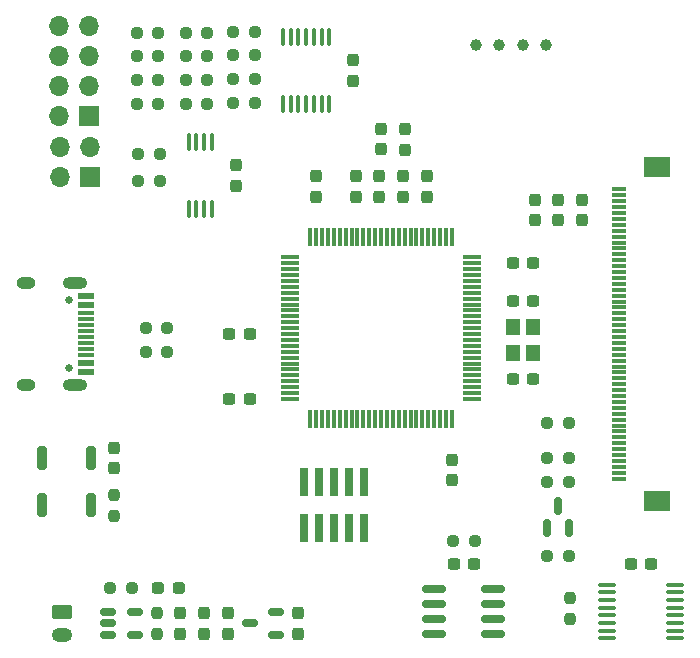
<source format=gbr>
%TF.GenerationSoftware,KiCad,Pcbnew,(6.0.10)*%
%TF.CreationDate,2023-05-27T23:42:58+02:00*%
%TF.ProjectId,black_scope,626c6163-6b5f-4736-936f-70652e6b6963,rev?*%
%TF.SameCoordinates,Original*%
%TF.FileFunction,Soldermask,Top*%
%TF.FilePolarity,Negative*%
%FSLAX46Y46*%
G04 Gerber Fmt 4.6, Leading zero omitted, Abs format (unit mm)*
G04 Created by KiCad (PCBNEW (6.0.10)) date 2023-05-27 23:42:58*
%MOMM*%
%LPD*%
G01*
G04 APERTURE LIST*
G04 Aperture macros list*
%AMRoundRect*
0 Rectangle with rounded corners*
0 $1 Rounding radius*
0 $2 $3 $4 $5 $6 $7 $8 $9 X,Y pos of 4 corners*
0 Add a 4 corners polygon primitive as box body*
4,1,4,$2,$3,$4,$5,$6,$7,$8,$9,$2,$3,0*
0 Add four circle primitives for the rounded corners*
1,1,$1+$1,$2,$3*
1,1,$1+$1,$4,$5*
1,1,$1+$1,$6,$7*
1,1,$1+$1,$8,$9*
0 Add four rect primitives between the rounded corners*
20,1,$1+$1,$2,$3,$4,$5,0*
20,1,$1+$1,$4,$5,$6,$7,0*
20,1,$1+$1,$6,$7,$8,$9,0*
20,1,$1+$1,$8,$9,$2,$3,0*%
G04 Aperture macros list end*
%ADD10C,1.000000*%
%ADD11RoundRect,0.200000X-0.200000X-0.800000X0.200000X-0.800000X0.200000X0.800000X-0.200000X0.800000X0*%
%ADD12RoundRect,0.237500X0.237500X-0.250000X0.237500X0.250000X-0.237500X0.250000X-0.237500X-0.250000X0*%
%ADD13RoundRect,0.237500X0.250000X0.237500X-0.250000X0.237500X-0.250000X-0.237500X0.250000X-0.237500X0*%
%ADD14RoundRect,0.150000X0.150000X-0.587500X0.150000X0.587500X-0.150000X0.587500X-0.150000X-0.587500X0*%
%ADD15RoundRect,0.237500X0.237500X-0.300000X0.237500X0.300000X-0.237500X0.300000X-0.237500X-0.300000X0*%
%ADD16RoundRect,0.237500X-0.300000X-0.237500X0.300000X-0.237500X0.300000X0.237500X-0.300000X0.237500X0*%
%ADD17RoundRect,0.237500X-0.237500X0.287500X-0.237500X-0.287500X0.237500X-0.287500X0.237500X0.287500X0*%
%ADD18RoundRect,0.250000X-0.625000X0.350000X-0.625000X-0.350000X0.625000X-0.350000X0.625000X0.350000X0*%
%ADD19O,1.750000X1.200000*%
%ADD20RoundRect,0.237500X0.300000X0.237500X-0.300000X0.237500X-0.300000X-0.237500X0.300000X-0.237500X0*%
%ADD21R,1.300000X0.300000*%
%ADD22R,2.200000X1.800000*%
%ADD23RoundRect,0.150000X0.512500X0.150000X-0.512500X0.150000X-0.512500X-0.150000X0.512500X-0.150000X0*%
%ADD24RoundRect,0.237500X0.287500X0.237500X-0.287500X0.237500X-0.287500X-0.237500X0.287500X-0.237500X0*%
%ADD25RoundRect,0.237500X-0.250000X-0.237500X0.250000X-0.237500X0.250000X0.237500X-0.250000X0.237500X0*%
%ADD26RoundRect,0.237500X-0.237500X0.300000X-0.237500X-0.300000X0.237500X-0.300000X0.237500X0.300000X0*%
%ADD27RoundRect,0.237500X-0.237500X0.250000X-0.237500X-0.250000X0.237500X-0.250000X0.237500X0.250000X0*%
%ADD28R,1.700000X1.700000*%
%ADD29O,1.700000X1.700000*%
%ADD30RoundRect,0.075000X0.725000X0.075000X-0.725000X0.075000X-0.725000X-0.075000X0.725000X-0.075000X0*%
%ADD31RoundRect,0.075000X0.075000X0.725000X-0.075000X0.725000X-0.075000X-0.725000X0.075000X-0.725000X0*%
%ADD32RoundRect,0.150000X-0.512500X-0.150000X0.512500X-0.150000X0.512500X0.150000X-0.512500X0.150000X0*%
%ADD33C,0.650000*%
%ADD34R,1.450000X0.600000*%
%ADD35R,1.450000X0.300000*%
%ADD36O,2.100000X1.000000*%
%ADD37O,1.600000X1.000000*%
%ADD38RoundRect,0.100000X0.100000X-0.637500X0.100000X0.637500X-0.100000X0.637500X-0.100000X-0.637500X0*%
%ADD39R,0.740000X2.400000*%
%ADD40R,1.200000X1.400000*%
%ADD41RoundRect,0.100000X0.637500X0.100000X-0.637500X0.100000X-0.637500X-0.100000X0.637500X-0.100000X0*%
%ADD42RoundRect,0.150000X-0.825000X-0.150000X0.825000X-0.150000X0.825000X0.150000X-0.825000X0.150000X0*%
G04 APERTURE END LIST*
D10*
%TO.C,TP4*%
X144000000Y-78000000D03*
%TD*%
D11*
%TO.C,SW2*%
X101260000Y-117000000D03*
X105460000Y-117000000D03*
%TD*%
D12*
%TO.C,R3*%
X111000000Y-127912500D03*
X111000000Y-126087500D03*
%TD*%
D13*
%TO.C,R4*%
X108912500Y-124000000D03*
X107087500Y-124000000D03*
%TD*%
D14*
%TO.C,Q1*%
X144050000Y-118937500D03*
X145950000Y-118937500D03*
X145000000Y-117062500D03*
%TD*%
D15*
%TO.C,C7*%
X130000000Y-86862500D03*
X130000000Y-85137500D03*
%TD*%
D16*
%TO.C,C9*%
X141137500Y-96510000D03*
X142862500Y-96510000D03*
%TD*%
D12*
%TO.C,R2*%
X107360000Y-117912500D03*
X107360000Y-116087500D03*
%TD*%
D13*
%TO.C,R17*%
X115277776Y-77000000D03*
X113452776Y-77000000D03*
%TD*%
%TO.C,R12*%
X119332500Y-82912500D03*
X117507500Y-82912500D03*
%TD*%
D17*
%TO.C,L1*%
X132000000Y-85125000D03*
X132000000Y-86875000D03*
%TD*%
%TO.C,D1*%
X113000000Y-126125000D03*
X113000000Y-127875000D03*
%TD*%
D15*
%TO.C,C10*%
X124490000Y-90862500D03*
X124490000Y-89137500D03*
%TD*%
D18*
%TO.C,J3*%
X103000000Y-126000000D03*
D19*
X103000000Y-128000000D03*
%TD*%
D20*
%TO.C,C12*%
X118862500Y-108000000D03*
X117137500Y-108000000D03*
%TD*%
D16*
%TO.C,C2*%
X141137500Y-99730000D03*
X142862500Y-99730000D03*
%TD*%
D21*
%TO.C,U6*%
X150150000Y-114750000D03*
X150150000Y-114250000D03*
X150150000Y-113750000D03*
X150150000Y-113250000D03*
X150150000Y-112750000D03*
X150150000Y-112250000D03*
X150150000Y-111750000D03*
X150150000Y-111250000D03*
X150150000Y-110750000D03*
X150150000Y-110250000D03*
X150150000Y-109750000D03*
X150150000Y-109250000D03*
X150150000Y-108750000D03*
X150150000Y-108250000D03*
X150150000Y-107750000D03*
X150150000Y-107250000D03*
X150150000Y-106750000D03*
X150150000Y-106250000D03*
X150150000Y-105750000D03*
X150150000Y-105250000D03*
X150150000Y-104750000D03*
X150150000Y-104250000D03*
X150150000Y-103750000D03*
X150150000Y-103250000D03*
X150150000Y-102750000D03*
X150150000Y-102250000D03*
X150150000Y-101750000D03*
X150150000Y-101250000D03*
X150150000Y-100750000D03*
X150150000Y-100250000D03*
X150150000Y-99750000D03*
X150150000Y-99250000D03*
X150150000Y-98750000D03*
X150150000Y-98250000D03*
X150150000Y-97750000D03*
X150150000Y-97250000D03*
X150150000Y-96750000D03*
X150150000Y-96250000D03*
X150150000Y-95750000D03*
X150150000Y-95250000D03*
X150150000Y-94750000D03*
X150150000Y-94250000D03*
X150150000Y-93750000D03*
X150150000Y-93250000D03*
X150150000Y-92750000D03*
X150150000Y-92250000D03*
X150150000Y-91750000D03*
X150150000Y-91250000D03*
X150150000Y-90750000D03*
X150150000Y-90250000D03*
D22*
X153400000Y-88350000D03*
X153400000Y-116650000D03*
%TD*%
D13*
%TO.C,R18*%
X119332500Y-76912500D03*
X117507500Y-76912500D03*
%TD*%
D17*
%TO.C,L2*%
X131862500Y-89125000D03*
X131862500Y-90875000D03*
%TD*%
D23*
%TO.C,U2*%
X121137500Y-127950000D03*
X121137500Y-126050000D03*
X118862500Y-127000000D03*
%TD*%
D15*
%TO.C,C1*%
X107360000Y-113862500D03*
X107360000Y-112137500D03*
%TD*%
D24*
%TO.C,D2*%
X112875000Y-124000000D03*
X111125000Y-124000000D03*
%TD*%
D15*
%TO.C,C18*%
X127660000Y-81062500D03*
X127660000Y-79337500D03*
%TD*%
D25*
%TO.C,R6*%
X109310000Y-81000000D03*
X111135000Y-81000000D03*
%TD*%
D26*
%TO.C,C16*%
X117682500Y-88212500D03*
X117682500Y-89937500D03*
%TD*%
D13*
%TO.C,R20*%
X145912500Y-115000000D03*
X144087500Y-115000000D03*
%TD*%
D15*
%TO.C,C20*%
X147000000Y-92862500D03*
X147000000Y-91137500D03*
%TD*%
D13*
%TO.C,R23*%
X137912500Y-120000000D03*
X136087500Y-120000000D03*
%TD*%
D27*
%TO.C,R26*%
X146000000Y-124832776D03*
X146000000Y-126657776D03*
%TD*%
D25*
%TO.C,R8*%
X109310000Y-77000000D03*
X111135000Y-77000000D03*
%TD*%
D15*
%TO.C,C19*%
X143000000Y-92862500D03*
X143000000Y-91137500D03*
%TD*%
D28*
%TO.C,J5*%
X105332500Y-89200000D03*
D29*
X102792500Y-89200000D03*
X105332500Y-86660000D03*
X102792500Y-86660000D03*
%TD*%
D30*
%TO.C,U3*%
X137675000Y-108000000D03*
X137675000Y-107500000D03*
X137675000Y-107000000D03*
X137675000Y-106500000D03*
X137675000Y-106000000D03*
X137675000Y-105500000D03*
X137675000Y-105000000D03*
X137675000Y-104500000D03*
X137675000Y-104000000D03*
X137675000Y-103500000D03*
X137675000Y-103000000D03*
X137675000Y-102500000D03*
X137675000Y-102000000D03*
X137675000Y-101500000D03*
X137675000Y-101000000D03*
X137675000Y-100500000D03*
X137675000Y-100000000D03*
X137675000Y-99500000D03*
X137675000Y-99000000D03*
X137675000Y-98500000D03*
X137675000Y-98000000D03*
X137675000Y-97500000D03*
X137675000Y-97000000D03*
X137675000Y-96500000D03*
X137675000Y-96000000D03*
D31*
X136000000Y-94325000D03*
X135500000Y-94325000D03*
X135000000Y-94325000D03*
X134500000Y-94325000D03*
X134000000Y-94325000D03*
X133500000Y-94325000D03*
X133000000Y-94325000D03*
X132500000Y-94325000D03*
X132000000Y-94325000D03*
X131500000Y-94325000D03*
X131000000Y-94325000D03*
X130500000Y-94325000D03*
X130000000Y-94325000D03*
X129500000Y-94325000D03*
X129000000Y-94325000D03*
X128500000Y-94325000D03*
X128000000Y-94325000D03*
X127500000Y-94325000D03*
X127000000Y-94325000D03*
X126500000Y-94325000D03*
X126000000Y-94325000D03*
X125500000Y-94325000D03*
X125000000Y-94325000D03*
X124500000Y-94325000D03*
X124000000Y-94325000D03*
D30*
X122325000Y-96000000D03*
X122325000Y-96500000D03*
X122325000Y-97000000D03*
X122325000Y-97500000D03*
X122325000Y-98000000D03*
X122325000Y-98500000D03*
X122325000Y-99000000D03*
X122325000Y-99500000D03*
X122325000Y-100000000D03*
X122325000Y-100500000D03*
X122325000Y-101000000D03*
X122325000Y-101500000D03*
X122325000Y-102000000D03*
X122325000Y-102500000D03*
X122325000Y-103000000D03*
X122325000Y-103500000D03*
X122325000Y-104000000D03*
X122325000Y-104500000D03*
X122325000Y-105000000D03*
X122325000Y-105500000D03*
X122325000Y-106000000D03*
X122325000Y-106500000D03*
X122325000Y-107000000D03*
X122325000Y-107500000D03*
X122325000Y-108000000D03*
D31*
X124000000Y-109675000D03*
X124500000Y-109675000D03*
X125000000Y-109675000D03*
X125500000Y-109675000D03*
X126000000Y-109675000D03*
X126500000Y-109675000D03*
X127000000Y-109675000D03*
X127500000Y-109675000D03*
X128000000Y-109675000D03*
X128500000Y-109675000D03*
X129000000Y-109675000D03*
X129500000Y-109675000D03*
X130000000Y-109675000D03*
X130500000Y-109675000D03*
X131000000Y-109675000D03*
X131500000Y-109675000D03*
X132000000Y-109675000D03*
X132500000Y-109675000D03*
X133000000Y-109675000D03*
X133500000Y-109675000D03*
X134000000Y-109675000D03*
X134500000Y-109675000D03*
X135000000Y-109675000D03*
X135500000Y-109675000D03*
X136000000Y-109675000D03*
%TD*%
D32*
%TO.C,U1*%
X106862500Y-126050000D03*
X106862500Y-127000000D03*
X106862500Y-127950000D03*
X109137500Y-127950000D03*
X109137500Y-126050000D03*
%TD*%
D15*
%TO.C,C13*%
X127862500Y-90862500D03*
X127862500Y-89137500D03*
%TD*%
D16*
%TO.C,C15*%
X151137500Y-122000000D03*
X152862500Y-122000000D03*
%TD*%
D20*
%TO.C,C3*%
X142862500Y-106270000D03*
X141137500Y-106270000D03*
%TD*%
D26*
%TO.C,C5*%
X136000000Y-113137500D03*
X136000000Y-114862500D03*
%TD*%
D25*
%TO.C,R1*%
X110087500Y-104000000D03*
X111912500Y-104000000D03*
%TD*%
D13*
%TO.C,R22*%
X145912500Y-121270000D03*
X144087500Y-121270000D03*
%TD*%
D25*
%TO.C,R5*%
X109310000Y-83000000D03*
X111135000Y-83000000D03*
%TD*%
D10*
%TO.C,TP3*%
X142000000Y-78000000D03*
%TD*%
D11*
%TO.C,SW1*%
X101260000Y-113000000D03*
X105460000Y-113000000D03*
%TD*%
D10*
%TO.C,TP2*%
X140000000Y-78000000D03*
%TD*%
D15*
%TO.C,C21*%
X145000000Y-92862500D03*
X145000000Y-91137500D03*
%TD*%
%TO.C,C14*%
X129862500Y-90862500D03*
X129862500Y-89137500D03*
%TD*%
D13*
%TO.C,R13*%
X115277776Y-81000000D03*
X113452776Y-81000000D03*
%TD*%
D25*
%TO.C,R10*%
X109420000Y-87270000D03*
X111245000Y-87270000D03*
%TD*%
D33*
%TO.C,P1*%
X103600000Y-99610000D03*
X103600000Y-105390000D03*
D34*
X105045000Y-99250000D03*
X105045000Y-100050000D03*
D35*
X105045000Y-101250000D03*
X105045000Y-102250000D03*
X105045000Y-102750000D03*
X105045000Y-103750000D03*
D34*
X105045000Y-104950000D03*
X105045000Y-105750000D03*
X105045000Y-105750000D03*
X105045000Y-104950000D03*
D35*
X105045000Y-104250000D03*
X105045000Y-103250000D03*
X105045000Y-101750000D03*
X105045000Y-100750000D03*
D34*
X105045000Y-100050000D03*
X105045000Y-99250000D03*
D36*
X104130000Y-98180000D03*
D37*
X99950000Y-98180000D03*
D36*
X104130000Y-106820000D03*
D37*
X99950000Y-106820000D03*
%TD*%
D38*
%TO.C,U4*%
X113707500Y-91937500D03*
X114357500Y-91937500D03*
X115007500Y-91937500D03*
X115657500Y-91937500D03*
X115657500Y-86212500D03*
X115007500Y-86212500D03*
X114357500Y-86212500D03*
X113707500Y-86212500D03*
%TD*%
D20*
%TO.C,C17*%
X137862500Y-122000000D03*
X136137500Y-122000000D03*
%TD*%
D13*
%TO.C,R11*%
X115277776Y-83000000D03*
X113452776Y-83000000D03*
%TD*%
D10*
%TO.C,TP1*%
X138000000Y-78000000D03*
%TD*%
D39*
%TO.C,J1*%
X123460000Y-118950000D03*
X123460000Y-115050000D03*
X124730000Y-118950000D03*
X124730000Y-115050000D03*
X126000000Y-118950000D03*
X126000000Y-115050000D03*
X127270000Y-118950000D03*
X127270000Y-115050000D03*
X128540000Y-118950000D03*
X128540000Y-115050000D03*
%TD*%
D25*
%TO.C,R7*%
X109310000Y-79000000D03*
X111135000Y-79000000D03*
%TD*%
D13*
%TO.C,R16*%
X119332500Y-78912500D03*
X117507500Y-78912500D03*
%TD*%
D40*
%TO.C,Y1*%
X141150000Y-101900000D03*
X141150000Y-104100000D03*
X142850000Y-104100000D03*
X142850000Y-101900000D03*
%TD*%
D20*
%TO.C,C11*%
X118862500Y-102510000D03*
X117137500Y-102510000D03*
%TD*%
D26*
%TO.C,C4*%
X117000000Y-126137500D03*
X117000000Y-127862500D03*
%TD*%
D38*
%TO.C,U8*%
X121710000Y-83062500D03*
X122360000Y-83062500D03*
X123010000Y-83062500D03*
X123660000Y-83062500D03*
X124310000Y-83062500D03*
X124960000Y-83062500D03*
X125610000Y-83062500D03*
X125610000Y-77337500D03*
X124960000Y-77337500D03*
X124310000Y-77337500D03*
X123660000Y-77337500D03*
X123010000Y-77337500D03*
X122360000Y-77337500D03*
X121710000Y-77337500D03*
%TD*%
D17*
%TO.C,D3*%
X115000000Y-126125000D03*
X115000000Y-127875000D03*
%TD*%
D41*
%TO.C,U5*%
X154862500Y-128275000D03*
X154862500Y-127625000D03*
X154862500Y-126975000D03*
X154862500Y-126325000D03*
X154862500Y-125675000D03*
X154862500Y-125025000D03*
X154862500Y-124375000D03*
X154862500Y-123725000D03*
X149137500Y-123725000D03*
X149137500Y-124375000D03*
X149137500Y-125025000D03*
X149137500Y-125675000D03*
X149137500Y-126325000D03*
X149137500Y-126975000D03*
X149137500Y-127625000D03*
X149137500Y-128275000D03*
%TD*%
D13*
%TO.C,R15*%
X115277776Y-79000000D03*
X113452776Y-79000000D03*
%TD*%
D25*
%TO.C,R19*%
X110087500Y-102000000D03*
X111912500Y-102000000D03*
%TD*%
D13*
%TO.C,R14*%
X119332500Y-80912500D03*
X117507500Y-80912500D03*
%TD*%
D42*
%TO.C,U7*%
X134525000Y-124095000D03*
X134525000Y-125365000D03*
X134525000Y-126635000D03*
X134525000Y-127905000D03*
X139475000Y-127905000D03*
X139475000Y-126635000D03*
X139475000Y-125365000D03*
X139475000Y-124095000D03*
%TD*%
D13*
%TO.C,R24*%
X145912500Y-110000000D03*
X144087500Y-110000000D03*
%TD*%
D25*
%TO.C,R9*%
X109420000Y-89540000D03*
X111245000Y-89540000D03*
%TD*%
D26*
%TO.C,C6*%
X123000000Y-126137500D03*
X123000000Y-127862500D03*
%TD*%
D13*
%TO.C,R21*%
X145912500Y-113000000D03*
X144087500Y-113000000D03*
%TD*%
D15*
%TO.C,C8*%
X133862500Y-90862500D03*
X133862500Y-89137500D03*
%TD*%
D28*
%TO.C,J4*%
X105310000Y-84000000D03*
D29*
X102770000Y-84000000D03*
X105310000Y-81460000D03*
X102770000Y-81460000D03*
X105310000Y-78920000D03*
X102770000Y-78920000D03*
X105310000Y-76380000D03*
X102770000Y-76380000D03*
%TD*%
M02*

</source>
